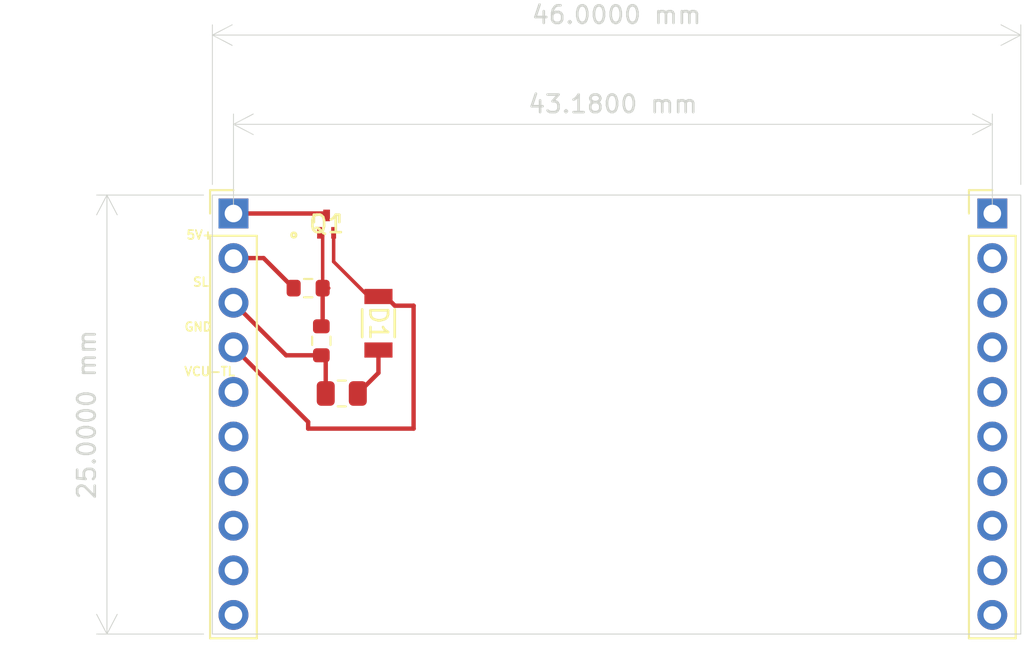
<source format=kicad_pcb>
(kicad_pcb (version 20240108) (generator "pcbnew") (generator_version "8.0")
  (layers (0 "F.Cu" signal) (31 "B.Cu" signal) (34 "B.Paste" user) (35 "F.Paste" user) (36 "B.SilkS" user "B.Silkscreen") (37 "F.SilkS" user "F.Silkscreen") (38 "B.Mask" user) (39 "F.Mask" user) (44 "Edge.Cuts" user))
  (net 0 "")
  (net 7 "Net-(D1-A)")
  (net 8 "Net-(D1-K)")
  (net 9 "Net-(J1-Pad3)")
  (net 10 "Net-(Q1-D)")
  (net 11 "Net-(J1-Pad2)")
  (net 12 "Net-(Q1-G)")
  (footprint "Connector_PinHeader_2.54mm:PinHeader_1x10_P2.54mm_Vertical" (layer "F.Cu") (at 50.8 25.4)
    (property "Reference" "J1" (hide yes))
    (property "Value" "PH1-10-UA" (hide yes))
    (fp_line (start -1.33 -1.33) (end 0 -1.33) (stroke (width 0.12)) (layer "F.SilkS"))
    (fp_line (start -1.33 0) (end -1.33 -1.33) (stroke (width 0.12)) (layer "F.SilkS"))
    (fp_line (start -1.33 1.27) (end -1.33 24.19) (stroke (width 0.12)) (layer "F.SilkS"))
    (fp_line (start -1.33 1.27) (end 1.33 1.27) (stroke (width 0.12)) (layer "F.SilkS"))
    (fp_line (start -1.33 24.19) (end 1.33 24.19) (stroke (width 0.12)) (layer "F.SilkS"))
    (fp_line (start 1.33 1.27) (end 1.33 24.19) (stroke (width 0.12)) (layer "F.SilkS"))
    (pad "1" thru_hole rect (at 0 0) (size 1.7 1.7) (drill 1) (layers "*.Cu" "*.Mask") (net 10 "Net-(Q1-D)"))
    (pad "2" thru_hole oval (at 0 2.54) (size 1.7 1.7) (drill 1) (layers "*.Cu" "*.Mask") (net 11 "Net-(J1-Pad2)"))
    (pad "3" thru_hole oval (at 0 5.08) (size 1.7 1.7) (drill 1) (layers "*.Cu" "*.Mask") (net 9 "Net-(J1-Pad3)"))
    (pad "4" thru_hole oval (at 0 7.62) (size 1.7 1.7) (drill 1) (layers "*.Cu" "*.Mask") (net 7 "Net-(D1-A)"))
    (pad "5" thru_hole oval (at 0 10.16) (size 1.7 1.7) (drill 1) (layers "*.Cu" "*.Mask"))
    (pad "6" thru_hole oval (at 0 12.7) (size 1.7 1.7) (drill 1) (layers "*.Cu" "*.Mask"))
    (pad "7" thru_hole oval (at 0 15.24) (size 1.7 1.7) (drill 1) (layers "*.Cu" "*.Mask"))
    (pad "8" thru_hole oval (at 0 17.78) (size 1.7 1.7) (drill 1) (layers "*.Cu" "*.Mask"))
    (pad "9" thru_hole oval (at 0 20.32) (size 1.7 1.7) (drill 1) (layers "*.Cu" "*.Mask"))
    (pad "10" thru_hole oval (at 0 22.86) (size 1.7 1.7) (drill 1) (layers "*.Cu" "*.Mask"))
  )
  (footprint "Resistor_SMD:R_0603_1608Metric" (layer "F.Cu") (at 55.05 29.65)
    (property "Reference" "R2" (hide yes))
    (property "Value" "10k")
    (fp_line (start -0.237258 -0.5225) (end 0.237258 -0.5225) (stroke (width 0.12)) (layer "F.SilkS"))
    (fp_line (start -0.237258 0.5225) (end 0.237258 0.5225) (stroke (width 0.12)) (layer "F.SilkS"))
    (pad "1" smd roundrect (at -0.825 0) (size 0.8 0.95) (layers "F.Cu" "F.Paste" "F.Mask") (net 11 "Net-(J1-Pad2)"))
    (pad "2" smd roundrect (at 0.825 0) (size 0.8 0.95) (layers "F.Cu" "F.Paste" "F.Mask") (net 12 "Net-(Q1-G)"))
  )
  (footprint "LED:LED_AP3216SYD_KNB" (layer "F.Cu") (at 59.05 31.65 -90)
    (property "Reference" "D1" (at 0 0 -90) (layer "F.SilkS"))
    (property "Value" "LED (Test)")
    (fp_line (start -0.78465 0.9271) (end 0.78465 0.9271) (stroke (width 0.1524)) (layer "F.SilkS"))
    (fp_line (start 0.78465 -0.9271) (end -0.78465 -0.9271) (stroke (width 0.1524)) (layer "F.SilkS"))
    (pad "1" smd rect (at -1.524 0 270) (size 0.8636 1.6002) (layers "F.Cu" "F.Paste" "F.Mask") (net 8 "Net-(D1-K)"))
    (pad "2" smd rect (at 1.524 0 270) (size 0.8636 1.6002) (layers "F.Cu" "F.Paste" "F.Mask") (net 7 "Net-(D1-A)"))
  )
  (footprint "Connector_PinHeader_2.54mm:PinHeader_1x10_P2.54mm_Vertical" (layer "F.Cu") (at 93.98 25.4)
    (property "Reference" "J1" (hide yes))
    (property "Value" "PH1-10-UA" (hide yes))
    (fp_line (start -1.33 -1.33) (end 0 -1.33) (stroke (width 0.12)) (layer "F.SilkS"))
    (fp_line (start -1.33 0) (end -1.33 -1.33) (stroke (width 0.12)) (layer "F.SilkS"))
    (fp_line (start -1.33 1.27) (end -1.33 24.19) (stroke (width 0.12)) (layer "F.SilkS"))
    (fp_line (start -1.33 1.27) (end 1.33 1.27) (stroke (width 0.12)) (layer "F.SilkS"))
    (fp_line (start -1.33 24.19) (end 1.33 24.19) (stroke (width 0.12)) (layer "F.SilkS"))
    (fp_line (start 1.33 1.27) (end 1.33 24.19) (stroke (width 0.12)) (layer "F.SilkS"))
    (pad "1" thru_hole rect (at 0 0) (size 1.7 1.7) (drill 1) (layers "*.Cu" "*.Mask"))
    (pad "2" thru_hole oval (at 0 2.54) (size 1.7 1.7) (drill 1) (layers "*.Cu" "*.Mask"))
    (pad "3" thru_hole oval (at 0 5.08) (size 1.7 1.7) (drill 1) (layers "*.Cu" "*.Mask"))
    (pad "4" thru_hole oval (at 0 7.62) (size 1.7 1.7) (drill 1) (layers "*.Cu" "*.Mask"))
    (pad "5" thru_hole oval (at 0 10.16) (size 1.7 1.7) (drill 1) (layers "*.Cu" "*.Mask"))
    (pad "6" thru_hole oval (at 0 12.7) (size 1.7 1.7) (drill 1) (layers "*.Cu" "*.Mask"))
    (pad "7" thru_hole oval (at 0 15.24) (size 1.7 1.7) (drill 1) (layers "*.Cu" "*.Mask"))
    (pad "8" thru_hole oval (at 0 17.78) (size 1.7 1.7) (drill 1) (layers "*.Cu" "*.Mask"))
    (pad "9" thru_hole oval (at 0 20.32) (size 1.7 1.7) (drill 1) (layers "*.Cu" "*.Mask"))
    (pad "10" thru_hole oval (at 0 22.86) (size 1.7 1.7) (drill 1) (layers "*.Cu" "*.Mask"))
  )
  (footprint "Resistor_SMD:R_0805_2012Metric" (layer "F.Cu") (at 56.9625 35.65)
    (property "Reference" "R1" (hide yes))
    (property "Value" "150R")
    (fp_line (start -0.227064 -0.735) (end 0.227064 -0.735) (stroke (width 0.12)) (layer "F.SilkS"))
    (fp_line (start -0.227064 0.735) (end 0.227064 0.735) (stroke (width 0.12)) (layer "F.SilkS"))
    (pad "1" smd roundrect (at -0.9125 0) (size 1.025 1.4) (layers "F.Cu" "F.Paste" "F.Mask") (roundrect_rratio 0.243902) (net 9 "Net-(J1-Pad3)"))
    (pad "2" smd roundrect (at 0.9125 0) (size 1.025 1.4) (layers "F.Cu" "F.Paste" "F.Mask") (roundrect_rratio 0.243902) (net 8 "Net-(D1-K)"))
  )
  (footprint "PMOS:VESM_TOS" (layer "F.Cu") (at 56.09995 26.0047)
    (property "Reference" "Q1" (at 0 0 0) (layer "F.SilkS"))
    (property "Value" "SSM3J56MFV")
    (fp_line (start -0.7239 -0.5334) (end -0.7239 -0.112037) (stroke (width 0.1524)) (layer "F.SilkS"))
    (fp_line (start -0.52324 -0.5334) (end -0.7239 -0.5334) (stroke (width 0.1524)) (layer "F.SilkS"))
    (fp_line (start 0.7239 -0.5334) (end 0.52324 -0.5334) (stroke (width 0.1524)) (layer "F.SilkS"))
    (fp_line (start 0.7239 -0.112037) (end 0.7239 -0.5334) (stroke (width 0.1524)) (layer "F.SilkS"))
    (fp_circle (center -1.8669 0.6223) (end -1.7399 0.6223) (stroke (width 0.1524)) (fill none) (layer "F.SilkS"))
    (pad "1" smd rect (at -0.40005 0.4953) (size 0.2794 0.6604) (layers "F.Cu" "F.Paste" "F.Mask") (net 12 "Net-(Q1-G)"))
    (pad "2" smd rect (at 0.40005 0.4953) (size 0.2794 0.6604) (layers "F.Cu" "F.Paste" "F.Mask") (net 8 "Net-(D1-K)"))
    (pad "3" smd rect (at 0 -0.4953) (size 0.381 0.6604) (layers "F.Cu" "F.Paste" "F.Mask") (net 10 "Net-(Q1-D)"))
  )
  (footprint "Resistor_SMD:R_0603_1608Metric" (layer "F.Cu") (at 55.8 32.65 90)
    (property "Reference" "R3" (hide yes))
    (property "Value" "10k")
    (fp_line (start -0.237258 -0.5225) (end 0.237258 -0.5225) (stroke (width 0.12)) (layer "F.SilkS"))
    (fp_line (start -0.237258 0.5225) (end 0.237258 0.5225) (stroke (width 0.12)) (layer "F.SilkS"))
    (pad "1" smd roundrect (at -0.825 0 90) (size 0.8 0.95) (layers "F.Cu" "F.Paste" "F.Mask") (net 9 "Net-(J1-Pad3)"))
    (pad "2" smd roundrect (at 0.825 0 90) (size 0.8 0.95) (layers "F.Cu" "F.Paste" "F.Mask") (net 12 "Net-(Q1-G)"))
  )
  (gr_rect (start 49.6 24.35) (end 95.6 49.35) (stroke (width 0.054)) (fill none) (layer "Edge.Cuts"))
  (gr_text "SL\n\n" (at 48.44 30.4 0) (layer "F.SilkS") (effects (font (size 0.5 0.5) (thickness 0.1)) (justify left bottom)))
  (gr_text "GND\n" (at 47.96 32.15 0) (layer "F.SilkS") (effects (font (size 0.5 0.5) (thickness 0.1)) (justify left bottom)))
  (gr_text "5V+" (at 48.07 26.91 0) (layer "F.SilkS") (effects (font (size 0.5 0.5) (thickness 0.1)) (justify left bottom)))
  (gr_text "VCU-TL\n" (at 47.95 34.69 0) (layer "F.SilkS") (effects (font (size 0.5 0.5) (thickness 0.1)) (justify left bottom)))
  (dimension (type aligned) (layer "Edge.Cuts") (pts (xy 93.98 25.4) (xy 50.8 25.4)) (height 5.079999) (gr_text "43.1800 mm" (at 72.39 19.170001 0) (layer "Edge.Cuts") (effects (font (size 1 1) (thickness 0.15)))) (format (prefix "") (suffix "") (units 3) (units_format 1) (precision 4)) (style (thickness 0.05) (arrow_length 1.27) (text_position_mode 0) (extension_height 0.58642) (extension_offset 0.5) keep_text_aligned))
  (dimension (type aligned) (layer "Edge.Cuts") (pts (xy 49.6 49.35) (xy 49.6 24.35)) (height -6) (gr_text "25.0000 mm" (at 42.45 36.85 90) (layer "Edge.Cuts") (effects (font (size 1 1) (thickness 0.15)))) (format (prefix "") (suffix "") (units 3) (units_format 1) (precision 4)) (style (thickness 0.05) (arrow_length 1.27) (text_position_mode 0) (extension_height 0.58642) (extension_offset 0.5) keep_text_aligned))
  (dimension (type aligned) (layer "Edge.Cuts") (pts (xy 49.6 24.25) (xy 95.6 24.25)) (height -9.01) (gr_text "46.0000 mm" (at 72.6 14.09 0) (layer "Edge.Cuts") (effects (font (size 1 1) (thickness 0.15)))) (format (prefix "") (suffix "") (units 3) (units_format 1) (precision 4)) (style (thickness 0.05) (arrow_length 1.27) (text_position_mode 0) (extension_height 0.58642) (extension_offset 0.5) keep_text_aligned))
  (segment (start 55.05 37.27) (end 50.8 33.02) (width 0.25) (layer "F.Cu") (net 0))
  (segment (start 59.05 30.126) (end 59.458122 30.126) (width 0.2) (layer "F.Cu") (net 0))
  (segment (start 55.05 37.65) (end 55.05 37.27) (width 0.25) (layer "F.Cu") (net 0))
  (segment (start 59.05 33.174) (end 59.05 34.475) (width 0.25) (layer "F.Cu") (net 0))
  (segment (start 59.458122 30.126) (end 59.982122 30.65) (width 0.25) (layer "F.Cu") (net 0))
  (segment (start 59.05 29.8213) (end 59.05 30.126) (width 0.2) (layer "F.Cu") (net 0))
  (segment (start 59.05 34.475) (end 57.875 35.65) (width 0.25) (layer "F.Cu") (net 0))
  (segment (start 61.05 30.65) (end 61.05 37.65) (width 0.25) (layer "F.Cu") (net 0))
  (segment (start 58.05 35.475) (end 58.225 35.65) (width 0.2) (layer "F.Cu") (net 0))
  (segment (start 61.05 37.65) (end 55.05 37.65) (width 0.25) (layer "F.Cu") (net 0))
  (segment (start 59.982122 30.65) (end 61.05 30.65) (width 0.25) (layer "F.Cu") (net 0))
  (segment (start 56.5 26.5) (end 56.5 28.141685) (width 0.2) (layer "F.Cu") (net 8))
  (segment (start 56.5 28.141685) (end 58.767158 30.408843) (width 0.2) (layer "F.Cu") (net 8))
  (segment (start 53.795 33.475) (end 50.8 30.48) (width 0.25) (layer "F.Cu") (net 9))
  (segment (start 56.05 35.65) (end 56.05 33.725) (width 0.25) (layer "F.Cu") (net 9))
  (segment (start 56.05 33.725) (end 55.8 33.475) (width 0.2) (layer "F.Cu") (net 9))
  (segment (start 55.8 33.475) (end 53.795 33.475) (width 0.25) (layer "F.Cu") (net 9))
  (segment (start 56.0362 25.4) (end 56.05 25.3862) (width 0.2) (layer "F.Cu") (net 10))
  (segment (start 50.8138 25.3862) (end 50.8 25.4) (width 0.2) (layer "F.Cu") (net 10))
  (segment (start 50.8 25.4) (end 56.0362 25.4) (width 0.25) (layer "F.Cu") (net 10))
  (segment (start 52.515 27.94) (end 54.225 29.65) (width 0.25) (layer "F.Cu") (net 11))
  (segment (start 50.8 27.94) (end 52.515 27.94) (width 0.25) (layer "F.Cu") (net 11))
  (segment (start 55.875 26.6751) (end 55.6999 26.5) (width 0.2) (layer "F.Cu") (net 12))
  (segment (start 55.875 31.75) (end 55.8 31.825) (width 0.2) (layer "F.Cu") (net 12))
  (segment (start 55.875 29.65) (end 55.875 26.6751) (width 0.2) (layer "F.Cu") (net 12))
  (segment (start 55.875 29.65) (end 55.875 31.75) (width 0.25) (layer "F.Cu") (net 12))
  (segment (start 55.875 29.65) (end 56.2213 29.65) (width 0.2) (layer "F.Cu") (net 12))
)
</source>
